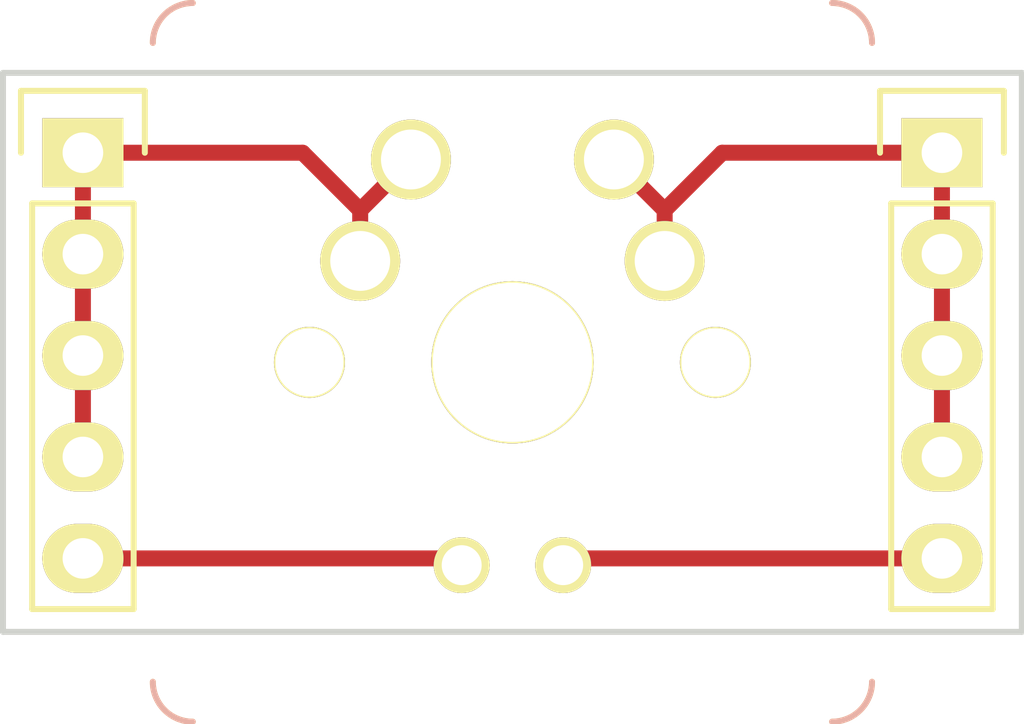
<source format=kicad_pcb>
(kicad_pcb (version 4) (host pcbnew "(2014-jul-16 BZR unknown)-product")

  (general
    (links 0)
    (no_connects 0)
    (area 0 0 0 0)
    (thickness 1.6)
    (drawings 4)
    (tracks 16)
    (zones 0)
    (modules 3)
    (nets 1)
  )

  (page A4)
  (layers
    (0 F.Cu signal)
    (31 B.Cu signal)
    (32 B.Adhes user)
    (33 F.Adhes user)
    (34 B.Paste user)
    (35 F.Paste user)
    (36 B.SilkS user)
    (37 F.SilkS user)
    (38 B.Mask user)
    (39 F.Mask user)
    (40 Dwgs.User user)
    (41 Cmts.User user)
    (42 Eco1.User user)
    (43 Eco2.User user)
    (44 Edge.Cuts user)
    (45 Margin user)
    (46 B.CrtYd user)
    (47 F.CrtYd user)
    (48 B.Fab user)
    (49 F.Fab user)
  )

  (setup
    (last_trace_width 0.4)
    (user_trace_width 0.4)
    (trace_clearance 0.254)
    (zone_clearance 0.508)
    (zone_45_only no)
    (trace_min 0.254)
    (segment_width 0.2)
    (edge_width 0.15)
    (via_size 0.889)
    (via_drill 0.635)
    (via_min_size 0.889)
    (via_min_drill 0.508)
    (uvia_size 0.508)
    (uvia_drill 0.127)
    (uvias_allowed no)
    (uvia_min_size 0.508)
    (uvia_min_drill 0.127)
    (pcb_text_width 0.3)
    (pcb_text_size 1.5 1.5)
    (mod_edge_width 0.15)
    (mod_text_size 1.5 1.5)
    (mod_text_width 0.15)
    (pad_size 1.524 1.524)
    (pad_drill 0.762)
    (pad_to_mask_clearance 0.2)
    (aux_axis_origin 0 0)
    (visible_elements FFFFFF7F)
    (pcbplotparams
      (layerselection 0x00030_80000001)
      (usegerberextensions false)
      (excludeedgelayer true)
      (linewidth 0.150000)
      (plotframeref false)
      (viasonmask false)
      (mode 1)
      (useauxorigin false)
      (hpglpennumber 1)
      (hpglpenspeed 20)
      (hpglpendiameter 15)
      (hpglpenoverlay 2)
      (psnegative false)
      (psa4output false)
      (plotreference true)
      (plotvalue true)
      (plotinvisibletext false)
      (padsonsilk false)
      (subtractmaskfromsilk false)
      (outputformat 1)
      (mirror false)
      (drillshape 1)
      (scaleselection 1)
      (outputdirectory ""))
  )

  (net 0 "")

  (net_class Default "This is the default net class."
    (clearance 0.254)
    (trace_width 0.254)
    (via_dia 0.889)
    (via_drill 0.635)
    (uvia_dia 0.508)
    (uvia_drill 0.127)
  )

  (module footprints:CHERRY_MX (layer F.Cu) (tedit 55190C8A) (tstamp 55190C54)
    (at 27.25 22.75)
    (fp_text reference CHERRY_MX (at 10.75 3.75) (layer F.SilkS) hide
      (effects (font (size 1.5 1.5) (thickness 0.15)))
    )
    (fp_text value VAL** (at 20.32 0) (layer F.SilkS) hide
      (effects (font (size 1.5 1.5) (thickness 0.15)))
    )
    (fp_arc (start -8 -8) (end -9 -8) (angle 90) (layer B.SilkS) (width 0.15))
    (fp_arc (start -8 8) (end -8 9) (angle 90) (layer B.SilkS) (width 0.15))
    (fp_arc (start 8 8) (end 9 8) (angle 90) (layer B.SilkS) (width 0.15))
    (fp_arc (start 8 -8) (end 8 -9) (angle 90) (layer B.SilkS) (width 0.15))
    (fp_arc (start -8 8) (end -8 9) (angle 90) (layer F.SilkS) (width 0.15))
    (fp_arc (start 8 8) (end 9 8) (angle 90) (layer F.SilkS) (width 0.15))
    (fp_arc (start 8 -8) (end 8 -9) (angle 90) (layer F.SilkS) (width 0.15))
    (fp_arc (start -8 -8) (end -9 -8) (angle 90) (layer F.SilkS) (width 0.15))
    (pad "" thru_hole circle (at 0 0) (size 4.064 4.064) (drill 3.9878) (layers *.Cu *.Mask F.SilkS))
    (pad "" thru_hole circle (at 5.08 0) (size 1.778 1.778) (drill 1.7018) (layers *.Cu *.Mask F.SilkS))
    (pad "" thru_hole circle (at -5.08 0) (size 1.778 1.778) (drill 1.7018) (layers *.Cu *.Mask F.SilkS))
    (pad 1 thru_hole circle (at -2.54 -5.08) (size 2 2) (drill 1.4986) (layers *.Cu *.Mask F.SilkS))
    (pad 1 thru_hole circle (at -3.81 -2.54) (size 2 2) (drill 1.4986) (layers *.Cu *.Mask F.SilkS))
    (pad 2 thru_hole circle (at 2.54 -5.08) (size 2 2) (drill 1.4986) (layers *.Cu *.Mask F.SilkS))
    (pad 2 thru_hole circle (at 3.81 -2.54) (size 2 2) (drill 1.4986) (layers *.Cu *.Mask F.SilkS))
    (pad 4 thru_hole circle (at 1.27 5.08) (size 1.4 1.4) (drill 1) (layers *.Cu *.Mask F.SilkS))
    (pad 3 thru_hole circle (at -1.27 5.08) (size 1.4 1.4) (drill 1) (layers *.Cu *.Mask F.SilkS))
  )

  (module Pin_Headers:Pin_Header_Straight_1x05 (layer F.Cu) (tedit 55190DA3) (tstamp 55190D67)
    (at 38 17.5)
    (descr "Through hole pin header")
    (tags "pin header")
    (fp_text reference REF** (at 0 -5.1) (layer F.SilkS) hide
      (effects (font (size 1 1) (thickness 0.15)))
    )
    (fp_text value Pin_Header_Straight_1x05 (at 0 -3.1) (layer F.Fab) hide
      (effects (font (size 1 1) (thickness 0.15)))
    )
    (fp_line (start -1.55 0) (end -1.55 -1.55) (layer F.SilkS) (width 0.15))
    (fp_line (start -1.55 -1.55) (end 1.55 -1.55) (layer F.SilkS) (width 0.15))
    (fp_line (start 1.55 -1.55) (end 1.55 0) (layer F.SilkS) (width 0.15))
    (fp_line (start -1.75 -1.75) (end -1.75 11.95) (layer F.CrtYd) (width 0.05))
    (fp_line (start 1.75 -1.75) (end 1.75 11.95) (layer F.CrtYd) (width 0.05))
    (fp_line (start -1.75 -1.75) (end 1.75 -1.75) (layer F.CrtYd) (width 0.05))
    (fp_line (start -1.75 11.95) (end 1.75 11.95) (layer F.CrtYd) (width 0.05))
    (fp_line (start 1.27 1.27) (end 1.27 11.43) (layer F.SilkS) (width 0.15))
    (fp_line (start 1.27 11.43) (end -1.27 11.43) (layer F.SilkS) (width 0.15))
    (fp_line (start -1.27 11.43) (end -1.27 1.27) (layer F.SilkS) (width 0.15))
    (fp_line (start 1.27 1.27) (end -1.27 1.27) (layer F.SilkS) (width 0.15))
    (pad 1 thru_hole rect (at 0 0) (size 2.032 1.7272) (drill 1.016) (layers *.Cu *.Mask F.SilkS))
    (pad 2 thru_hole oval (at 0 2.54) (size 2.032 1.7272) (drill 1.016) (layers *.Cu *.Mask F.SilkS))
    (pad 3 thru_hole oval (at 0 5.08) (size 2.032 1.7272) (drill 1.016) (layers *.Cu *.Mask F.SilkS))
    (pad 4 thru_hole oval (at 0 7.62) (size 2.032 1.7272) (drill 1.016) (layers *.Cu *.Mask F.SilkS))
    (pad 5 thru_hole oval (at 0 10.16) (size 2.032 1.7272) (drill 1.016) (layers *.Cu *.Mask F.SilkS))
    (model Pin_Headers.3dshapes/Pin_Header_Straight_1x05.wrl
      (at (xyz 0 -0.2 0))
      (scale (xyz 1 1 1))
      (rotate (xyz 0 0 90))
    )
  )

  (module Pin_Headers:Pin_Header_Straight_1x05 (layer F.Cu) (tedit 55190DA6) (tstamp 55190D9D)
    (at 16.5 17.5)
    (descr "Through hole pin header")
    (tags "pin header")
    (fp_text reference REF** (at 0 -5.1) (layer F.SilkS) hide
      (effects (font (size 1 1) (thickness 0.15)))
    )
    (fp_text value Pin_Header_Straight_1x05 (at 0 -3.1) (layer F.Fab) hide
      (effects (font (size 1 1) (thickness 0.15)))
    )
    (fp_line (start -1.55 0) (end -1.55 -1.55) (layer F.SilkS) (width 0.15))
    (fp_line (start -1.55 -1.55) (end 1.55 -1.55) (layer F.SilkS) (width 0.15))
    (fp_line (start 1.55 -1.55) (end 1.55 0) (layer F.SilkS) (width 0.15))
    (fp_line (start -1.75 -1.75) (end -1.75 11.95) (layer F.CrtYd) (width 0.05))
    (fp_line (start 1.75 -1.75) (end 1.75 11.95) (layer F.CrtYd) (width 0.05))
    (fp_line (start -1.75 -1.75) (end 1.75 -1.75) (layer F.CrtYd) (width 0.05))
    (fp_line (start -1.75 11.95) (end 1.75 11.95) (layer F.CrtYd) (width 0.05))
    (fp_line (start 1.27 1.27) (end 1.27 11.43) (layer F.SilkS) (width 0.15))
    (fp_line (start 1.27 11.43) (end -1.27 11.43) (layer F.SilkS) (width 0.15))
    (fp_line (start -1.27 11.43) (end -1.27 1.27) (layer F.SilkS) (width 0.15))
    (fp_line (start 1.27 1.27) (end -1.27 1.27) (layer F.SilkS) (width 0.15))
    (pad 1 thru_hole rect (at 0 0) (size 2.032 1.7272) (drill 1.016) (layers *.Cu *.Mask F.SilkS))
    (pad 2 thru_hole oval (at 0 2.54) (size 2.032 1.7272) (drill 1.016) (layers *.Cu *.Mask F.SilkS))
    (pad 3 thru_hole oval (at 0 5.08) (size 2.032 1.7272) (drill 1.016) (layers *.Cu *.Mask F.SilkS))
    (pad 4 thru_hole oval (at 0 7.62) (size 2.032 1.7272) (drill 1.016) (layers *.Cu *.Mask F.SilkS))
    (pad 5 thru_hole oval (at 0 10.16) (size 2.032 1.7272) (drill 1.016) (layers *.Cu *.Mask F.SilkS))
    (model Pin_Headers.3dshapes/Pin_Header_Straight_1x05.wrl
      (at (xyz 0 -0.2 0))
      (scale (xyz 1 1 1))
      (rotate (xyz 0 0 90))
    )
  )

  (gr_line (start 40 29.5) (end 40 15.5) (angle 90) (layer Edge.Cuts) (width 0.15))
  (gr_line (start 14.5 29.5) (end 40 29.5) (angle 90) (layer Edge.Cuts) (width 0.15))
  (gr_line (start 14.5 15.5) (end 14.5 29.5) (angle 90) (layer Edge.Cuts) (width 0.15))
  (gr_line (start 40 15.5) (end 14.5 15.5) (angle 90) (layer Edge.Cuts) (width 0.15))

  (segment (start 31.06 18.94) (end 32.5 17.5) (width 0.4) (layer F.Cu) (net 0))
  (segment (start 32.5 17.5) (end 38 17.5) (width 0.4) (layer F.Cu) (net 0) (tstamp 55190E17) (status 800000))
  (segment (start 23.44 18.94) (end 22 17.5) (width 0.4) (layer F.Cu) (net 0))
  (segment (start 22 17.5) (end 16.5 17.5) (width 0.4) (layer F.Cu) (net 0) (tstamp 55190E11) (status 800000))
  (segment (start 16.5 17.5) (end 16.5 20.04) (width 0.4) (layer F.Cu) (net 0) (tstamp 55190E12) (status C00000))
  (segment (start 16.5 20.04) (end 16.5 22.58) (width 0.4) (layer F.Cu) (net 0) (tstamp 55190E13) (status C00000))
  (segment (start 16.5 22.58) (end 16.5 25.12) (width 0.4) (layer F.Cu) (net 0) (tstamp 55190E14) (status C00000))
  (segment (start 25.98 27.83) (end 25.81 27.66) (width 0.4) (layer F.Cu) (net 0))
  (segment (start 25.81 27.66) (end 16.5 27.66) (width 0.4) (layer F.Cu) (net 0) (tstamp 55190DBA))
  (segment (start 28.52 27.83) (end 28.69 27.66) (width 0.4) (layer F.Cu) (net 0))
  (segment (start 28.69 27.66) (end 38 27.66) (width 0.4) (layer F.Cu) (net 0) (tstamp 55190DB7))
  (segment (start 38 17.5) (end 38 25.12) (width 0.4) (layer F.Cu) (net 0))
  (segment (start 31.06 20.21) (end 31.06 18.94) (width 0.4) (layer F.Cu) (net 0))
  (segment (start 31.06 18.94) (end 29.79 17.67) (width 0.4) (layer F.Cu) (net 0) (tstamp 55190D50))
  (segment (start 24.71 17.67) (end 23.44 18.94) (width 0.4) (layer F.Cu) (net 0))
  (segment (start 23.44 18.94) (end 23.44 20.21) (width 0.4) (layer F.Cu) (net 0) (tstamp 55190D4D))

)

</source>
